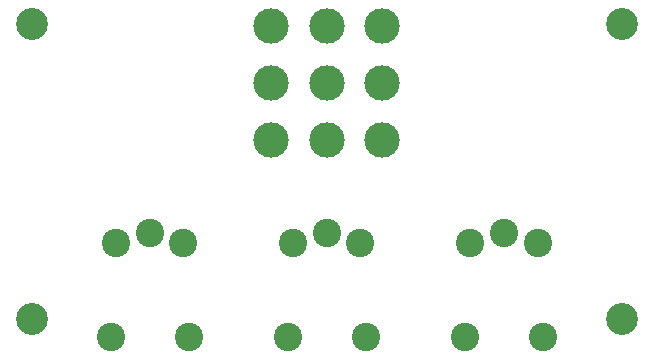
<source format=gbr>
%TF.GenerationSoftware,KiCad,Pcbnew,9.0.5*%
%TF.CreationDate,2025-10-22T22:20:53-05:00*%
%TF.ProjectId,audio_switch,61756469-6f5f-4737-9769-7463682e6b69,-*%
%TF.SameCoordinates,PX8282a50PY7459280*%
%TF.FileFunction,Soldermask,Top*%
%TF.FilePolarity,Negative*%
%FSLAX46Y46*%
G04 Gerber Fmt 4.6, Leading zero omitted, Abs format (unit mm)*
G04 Created by KiCad (PCBNEW 9.0.5) date 2025-10-22 22:20:53*
%MOMM*%
%LPD*%
G01*
G04 APERTURE LIST*
%ADD10C,2.700000*%
%ADD11C,0.100000*%
%ADD12C,2.400000*%
%ADD13C,3.000000*%
G04 APERTURE END LIST*
D10*
%TO.C,REF\u002A\u002A*%
X25000000Y5000000D03*
%TD*%
%TO.C,REF\u002A\u002A*%
X-25000000Y30000000D03*
%TD*%
D11*
%TO.C,J2*%
X0Y2000000D03*
X0Y9000000D03*
D12*
X2850000Y11500000D03*
X-2850000Y11500000D03*
X0Y12300000D03*
X-3300000Y3500000D03*
X3300000Y3500000D03*
%TD*%
D13*
%TO.C,SW1*%
X4700000Y20170000D03*
X0Y20170000D03*
X-4700000Y20170000D03*
X4700000Y25000000D03*
X0Y25000000D03*
X-4700000Y25000000D03*
X4700000Y29830000D03*
X0Y29830000D03*
X-4700000Y29830000D03*
%TD*%
D11*
%TO.C,J1*%
X-15000000Y2000000D03*
X-15000000Y9000000D03*
D12*
X-12150000Y11500000D03*
X-17850000Y11500000D03*
X-15000000Y12300000D03*
X-18300000Y3500000D03*
X-11700000Y3500000D03*
%TD*%
D10*
%TO.C,REF\u002A\u002A*%
X-25000000Y5000000D03*
%TD*%
%TO.C,REF\u002A\u002A*%
X25000000Y30000000D03*
%TD*%
D11*
%TO.C,J3*%
X15000000Y2000000D03*
X15000000Y9000000D03*
D12*
X17850000Y11500000D03*
X12150000Y11500000D03*
X15000000Y12300000D03*
X11700000Y3500000D03*
X18300000Y3500000D03*
%TD*%
M02*

</source>
